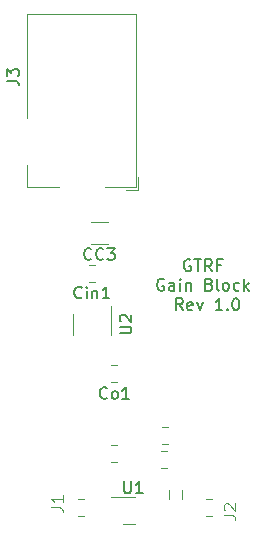
<source format=gbr>
%TF.GenerationSoftware,KiCad,Pcbnew,(5.1.9)-1*%
%TF.CreationDate,2021-02-06T16:33:29-05:00*%
%TF.ProjectId,LNA2,4c4e4132-2e6b-4696-9361-645f70636258,rev?*%
%TF.SameCoordinates,Original*%
%TF.FileFunction,Legend,Top*%
%TF.FilePolarity,Positive*%
%FSLAX46Y46*%
G04 Gerber Fmt 4.6, Leading zero omitted, Abs format (unit mm)*
G04 Created by KiCad (PCBNEW (5.1.9)-1) date 2021-02-06 16:33:29*
%MOMM*%
%LPD*%
G01*
G04 APERTURE LIST*
%ADD10C,0.150000*%
%ADD11C,0.120000*%
%ADD12C,0.015000*%
G04 APERTURE END LIST*
D10*
X107410428Y-59318000D02*
X107315190Y-59270380D01*
X107172333Y-59270380D01*
X107029476Y-59318000D01*
X106934238Y-59413238D01*
X106886619Y-59508476D01*
X106839000Y-59698952D01*
X106839000Y-59841809D01*
X106886619Y-60032285D01*
X106934238Y-60127523D01*
X107029476Y-60222761D01*
X107172333Y-60270380D01*
X107267571Y-60270380D01*
X107410428Y-60222761D01*
X107458047Y-60175142D01*
X107458047Y-59841809D01*
X107267571Y-59841809D01*
X107743761Y-59270380D02*
X108315190Y-59270380D01*
X108029476Y-60270380D02*
X108029476Y-59270380D01*
X109219952Y-60270380D02*
X108886619Y-59794190D01*
X108648523Y-60270380D02*
X108648523Y-59270380D01*
X109029476Y-59270380D01*
X109124714Y-59318000D01*
X109172333Y-59365619D01*
X109219952Y-59460857D01*
X109219952Y-59603714D01*
X109172333Y-59698952D01*
X109124714Y-59746571D01*
X109029476Y-59794190D01*
X108648523Y-59794190D01*
X109981857Y-59746571D02*
X109648523Y-59746571D01*
X109648523Y-60270380D02*
X109648523Y-59270380D01*
X110124714Y-59270380D01*
X105148523Y-60968000D02*
X105053285Y-60920380D01*
X104910428Y-60920380D01*
X104767571Y-60968000D01*
X104672333Y-61063238D01*
X104624714Y-61158476D01*
X104577095Y-61348952D01*
X104577095Y-61491809D01*
X104624714Y-61682285D01*
X104672333Y-61777523D01*
X104767571Y-61872761D01*
X104910428Y-61920380D01*
X105005666Y-61920380D01*
X105148523Y-61872761D01*
X105196142Y-61825142D01*
X105196142Y-61491809D01*
X105005666Y-61491809D01*
X106053285Y-61920380D02*
X106053285Y-61396571D01*
X106005666Y-61301333D01*
X105910428Y-61253714D01*
X105719952Y-61253714D01*
X105624714Y-61301333D01*
X106053285Y-61872761D02*
X105958047Y-61920380D01*
X105719952Y-61920380D01*
X105624714Y-61872761D01*
X105577095Y-61777523D01*
X105577095Y-61682285D01*
X105624714Y-61587047D01*
X105719952Y-61539428D01*
X105958047Y-61539428D01*
X106053285Y-61491809D01*
X106529476Y-61920380D02*
X106529476Y-61253714D01*
X106529476Y-60920380D02*
X106481857Y-60968000D01*
X106529476Y-61015619D01*
X106577095Y-60968000D01*
X106529476Y-60920380D01*
X106529476Y-61015619D01*
X107005666Y-61253714D02*
X107005666Y-61920380D01*
X107005666Y-61348952D02*
X107053285Y-61301333D01*
X107148523Y-61253714D01*
X107291380Y-61253714D01*
X107386619Y-61301333D01*
X107434238Y-61396571D01*
X107434238Y-61920380D01*
X109005666Y-61396571D02*
X109148523Y-61444190D01*
X109196142Y-61491809D01*
X109243761Y-61587047D01*
X109243761Y-61729904D01*
X109196142Y-61825142D01*
X109148523Y-61872761D01*
X109053285Y-61920380D01*
X108672333Y-61920380D01*
X108672333Y-60920380D01*
X109005666Y-60920380D01*
X109100904Y-60968000D01*
X109148523Y-61015619D01*
X109196142Y-61110857D01*
X109196142Y-61206095D01*
X109148523Y-61301333D01*
X109100904Y-61348952D01*
X109005666Y-61396571D01*
X108672333Y-61396571D01*
X109815190Y-61920380D02*
X109719952Y-61872761D01*
X109672333Y-61777523D01*
X109672333Y-60920380D01*
X110339000Y-61920380D02*
X110243761Y-61872761D01*
X110196142Y-61825142D01*
X110148523Y-61729904D01*
X110148523Y-61444190D01*
X110196142Y-61348952D01*
X110243761Y-61301333D01*
X110339000Y-61253714D01*
X110481857Y-61253714D01*
X110577095Y-61301333D01*
X110624714Y-61348952D01*
X110672333Y-61444190D01*
X110672333Y-61729904D01*
X110624714Y-61825142D01*
X110577095Y-61872761D01*
X110481857Y-61920380D01*
X110339000Y-61920380D01*
X111529476Y-61872761D02*
X111434238Y-61920380D01*
X111243761Y-61920380D01*
X111148523Y-61872761D01*
X111100904Y-61825142D01*
X111053285Y-61729904D01*
X111053285Y-61444190D01*
X111100904Y-61348952D01*
X111148523Y-61301333D01*
X111243761Y-61253714D01*
X111434238Y-61253714D01*
X111529476Y-61301333D01*
X111958047Y-61920380D02*
X111958047Y-60920380D01*
X112053285Y-61539428D02*
X112339000Y-61920380D01*
X112339000Y-61253714D02*
X111958047Y-61634666D01*
X106767571Y-63570380D02*
X106434238Y-63094190D01*
X106196142Y-63570380D02*
X106196142Y-62570380D01*
X106577095Y-62570380D01*
X106672333Y-62618000D01*
X106719952Y-62665619D01*
X106767571Y-62760857D01*
X106767571Y-62903714D01*
X106719952Y-62998952D01*
X106672333Y-63046571D01*
X106577095Y-63094190D01*
X106196142Y-63094190D01*
X107577095Y-63522761D02*
X107481857Y-63570380D01*
X107291380Y-63570380D01*
X107196142Y-63522761D01*
X107148523Y-63427523D01*
X107148523Y-63046571D01*
X107196142Y-62951333D01*
X107291380Y-62903714D01*
X107481857Y-62903714D01*
X107577095Y-62951333D01*
X107624714Y-63046571D01*
X107624714Y-63141809D01*
X107148523Y-63237047D01*
X107958047Y-62903714D02*
X108196142Y-63570380D01*
X108434238Y-62903714D01*
X110100904Y-63570380D02*
X109529476Y-63570380D01*
X109815190Y-63570380D02*
X109815190Y-62570380D01*
X109719952Y-62713238D01*
X109624714Y-62808476D01*
X109529476Y-62856095D01*
X110529476Y-63475142D02*
X110577095Y-63522761D01*
X110529476Y-63570380D01*
X110481857Y-63522761D01*
X110529476Y-63475142D01*
X110529476Y-63570380D01*
X111196142Y-62570380D02*
X111291380Y-62570380D01*
X111386619Y-62618000D01*
X111434238Y-62665619D01*
X111481857Y-62760857D01*
X111529476Y-62951333D01*
X111529476Y-63189428D01*
X111481857Y-63379904D01*
X111434238Y-63475142D01*
X111386619Y-63522761D01*
X111291380Y-63570380D01*
X111196142Y-63570380D01*
X111100904Y-63522761D01*
X111053285Y-63475142D01*
X111005666Y-63379904D01*
X110958047Y-63189428D01*
X110958047Y-62951333D01*
X111005666Y-62760857D01*
X111053285Y-62665619D01*
X111100904Y-62618000D01*
X111196142Y-62570380D01*
D11*
%TO.C,CC3*%
X100406252Y-56113000D02*
X98983748Y-56113000D01*
X100406252Y-57933000D02*
X98983748Y-57933000D01*
%TO.C,J3*%
X102772000Y-53176000D02*
X100172000Y-53176000D01*
X102772000Y-38476000D02*
X102772000Y-53176000D01*
X93572000Y-53176000D02*
X93572000Y-51276000D01*
X96272000Y-53176000D02*
X93572000Y-53176000D01*
X93572000Y-38476000D02*
X102772000Y-38476000D01*
X93572000Y-47276000D02*
X93572000Y-38476000D01*
X102972000Y-52326000D02*
X102972000Y-53376000D01*
X101922000Y-53376000D02*
X102972000Y-53376000D01*
%TO.C,CC1*%
X98371252Y-79529000D02*
X97848748Y-79529000D01*
X98371252Y-80999000D02*
X97848748Y-80999000D01*
%TO.C,CC2*%
X109227252Y-80999000D02*
X108704748Y-80999000D01*
X109227252Y-79529000D02*
X108704748Y-79529000D01*
%TO.C,CDC1*%
X100703748Y-76427000D02*
X101226252Y-76427000D01*
X100703748Y-74957000D02*
X101226252Y-74957000D01*
%TO.C,CRF1*%
X105417252Y-76935000D02*
X104894748Y-76935000D01*
X105417252Y-75465000D02*
X104894748Y-75465000D01*
%TO.C,CRF2*%
X105483252Y-73433000D02*
X104960748Y-73433000D01*
X105483252Y-74903000D02*
X104960748Y-74903000D01*
%TO.C,LRF1*%
X105612000Y-78801878D02*
X105612000Y-79601122D01*
X106732000Y-78801878D02*
X106732000Y-79601122D01*
%TO.C,U1*%
X100684200Y-79398000D02*
X102684200Y-79398000D01*
X102684200Y-81638000D02*
X101684200Y-81638000D01*
%TO.C,Cin1*%
X99321252Y-61187000D02*
X98798748Y-61187000D01*
X99321252Y-59717000D02*
X98798748Y-59717000D01*
%TO.C,Co1*%
X101226252Y-68226000D02*
X100703748Y-68226000D01*
X101226252Y-69696000D02*
X100703748Y-69696000D01*
%TO.C,U2*%
X100670000Y-65670000D02*
X100670000Y-63220000D01*
X97450000Y-63870000D02*
X97450000Y-65670000D01*
%TO.C,CC3*%
D10*
X99028333Y-59230142D02*
X98980714Y-59277761D01*
X98837857Y-59325380D01*
X98742619Y-59325380D01*
X98599761Y-59277761D01*
X98504523Y-59182523D01*
X98456904Y-59087285D01*
X98409285Y-58896809D01*
X98409285Y-58753952D01*
X98456904Y-58563476D01*
X98504523Y-58468238D01*
X98599761Y-58373000D01*
X98742619Y-58325380D01*
X98837857Y-58325380D01*
X98980714Y-58373000D01*
X99028333Y-58420619D01*
X100028333Y-59230142D02*
X99980714Y-59277761D01*
X99837857Y-59325380D01*
X99742619Y-59325380D01*
X99599761Y-59277761D01*
X99504523Y-59182523D01*
X99456904Y-59087285D01*
X99409285Y-58896809D01*
X99409285Y-58753952D01*
X99456904Y-58563476D01*
X99504523Y-58468238D01*
X99599761Y-58373000D01*
X99742619Y-58325380D01*
X99837857Y-58325380D01*
X99980714Y-58373000D01*
X100028333Y-58420619D01*
X100361666Y-58325380D02*
X100980714Y-58325380D01*
X100647380Y-58706333D01*
X100790238Y-58706333D01*
X100885476Y-58753952D01*
X100933095Y-58801571D01*
X100980714Y-58896809D01*
X100980714Y-59134904D01*
X100933095Y-59230142D01*
X100885476Y-59277761D01*
X100790238Y-59325380D01*
X100504523Y-59325380D01*
X100409285Y-59277761D01*
X100361666Y-59230142D01*
%TO.C,J3*%
X91874380Y-44159333D02*
X92588666Y-44159333D01*
X92731523Y-44206952D01*
X92826761Y-44302190D01*
X92874380Y-44445047D01*
X92874380Y-44540285D01*
X91874380Y-43778380D02*
X91874380Y-43159333D01*
X92255333Y-43492666D01*
X92255333Y-43349809D01*
X92302952Y-43254571D01*
X92350571Y-43206952D01*
X92445809Y-43159333D01*
X92683904Y-43159333D01*
X92779142Y-43206952D01*
X92826761Y-43254571D01*
X92874380Y-43349809D01*
X92874380Y-43635523D01*
X92826761Y-43730761D01*
X92779142Y-43778380D01*
%TO.C,U1*%
X101802295Y-78070380D02*
X101802295Y-78879904D01*
X101849914Y-78975142D01*
X101897533Y-79022761D01*
X101992771Y-79070380D01*
X102183247Y-79070380D01*
X102278485Y-79022761D01*
X102326104Y-78975142D01*
X102373723Y-78879904D01*
X102373723Y-78070380D01*
X103373723Y-79070380D02*
X102802295Y-79070380D01*
X103088009Y-79070380D02*
X103088009Y-78070380D01*
X102992771Y-78213238D01*
X102897533Y-78308476D01*
X102802295Y-78356095D01*
%TO.C,Cin1*%
X98202857Y-62489142D02*
X98155238Y-62536761D01*
X98012380Y-62584380D01*
X97917142Y-62584380D01*
X97774285Y-62536761D01*
X97679047Y-62441523D01*
X97631428Y-62346285D01*
X97583809Y-62155809D01*
X97583809Y-62012952D01*
X97631428Y-61822476D01*
X97679047Y-61727238D01*
X97774285Y-61632000D01*
X97917142Y-61584380D01*
X98012380Y-61584380D01*
X98155238Y-61632000D01*
X98202857Y-61679619D01*
X98631428Y-62584380D02*
X98631428Y-61917714D01*
X98631428Y-61584380D02*
X98583809Y-61632000D01*
X98631428Y-61679619D01*
X98679047Y-61632000D01*
X98631428Y-61584380D01*
X98631428Y-61679619D01*
X99107619Y-61917714D02*
X99107619Y-62584380D01*
X99107619Y-62012952D02*
X99155238Y-61965333D01*
X99250476Y-61917714D01*
X99393333Y-61917714D01*
X99488571Y-61965333D01*
X99536190Y-62060571D01*
X99536190Y-62584380D01*
X100536190Y-62584380D02*
X99964761Y-62584380D01*
X100250476Y-62584380D02*
X100250476Y-61584380D01*
X100155238Y-61727238D01*
X100060000Y-61822476D01*
X99964761Y-61870095D01*
%TO.C,Co1*%
X100345952Y-70998142D02*
X100298333Y-71045761D01*
X100155476Y-71093380D01*
X100060238Y-71093380D01*
X99917380Y-71045761D01*
X99822142Y-70950523D01*
X99774523Y-70855285D01*
X99726904Y-70664809D01*
X99726904Y-70521952D01*
X99774523Y-70331476D01*
X99822142Y-70236238D01*
X99917380Y-70141000D01*
X100060238Y-70093380D01*
X100155476Y-70093380D01*
X100298333Y-70141000D01*
X100345952Y-70188619D01*
X100917380Y-71093380D02*
X100822142Y-71045761D01*
X100774523Y-70998142D01*
X100726904Y-70902904D01*
X100726904Y-70617190D01*
X100774523Y-70521952D01*
X100822142Y-70474333D01*
X100917380Y-70426714D01*
X101060238Y-70426714D01*
X101155476Y-70474333D01*
X101203095Y-70521952D01*
X101250714Y-70617190D01*
X101250714Y-70902904D01*
X101203095Y-70998142D01*
X101155476Y-71045761D01*
X101060238Y-71093380D01*
X100917380Y-71093380D01*
X102203095Y-71093380D02*
X101631666Y-71093380D01*
X101917380Y-71093380D02*
X101917380Y-70093380D01*
X101822142Y-70236238D01*
X101726904Y-70331476D01*
X101631666Y-70379095D01*
%TO.C,J1*%
D12*
X95578050Y-80256283D02*
X96292336Y-80256283D01*
X96435193Y-80303902D01*
X96530431Y-80399140D01*
X96578050Y-80541997D01*
X96578050Y-80637235D01*
X96578050Y-79256283D02*
X96578050Y-79827711D01*
X96578050Y-79541997D02*
X95578050Y-79541997D01*
X95720908Y-79637235D01*
X95816146Y-79732473D01*
X95863765Y-79827711D01*
%TO.C,J2*%
X110209710Y-80938383D02*
X110923996Y-80938383D01*
X111066853Y-80986002D01*
X111162091Y-81081240D01*
X111209710Y-81224097D01*
X111209710Y-81319335D01*
X110304949Y-80509811D02*
X110257330Y-80462192D01*
X110209710Y-80366954D01*
X110209710Y-80128859D01*
X110257330Y-80033621D01*
X110304949Y-79986002D01*
X110400187Y-79938383D01*
X110495425Y-79938383D01*
X110638282Y-79986002D01*
X111209710Y-80557430D01*
X111209710Y-79938383D01*
%TO.C,U2*%
D10*
X101412380Y-65531904D02*
X102221904Y-65531904D01*
X102317142Y-65484285D01*
X102364761Y-65436666D01*
X102412380Y-65341428D01*
X102412380Y-65150952D01*
X102364761Y-65055714D01*
X102317142Y-65008095D01*
X102221904Y-64960476D01*
X101412380Y-64960476D01*
X101507619Y-64531904D02*
X101460000Y-64484285D01*
X101412380Y-64389047D01*
X101412380Y-64150952D01*
X101460000Y-64055714D01*
X101507619Y-64008095D01*
X101602857Y-63960476D01*
X101698095Y-63960476D01*
X101840952Y-64008095D01*
X102412380Y-64579523D01*
X102412380Y-63960476D01*
%TD*%
M02*

</source>
